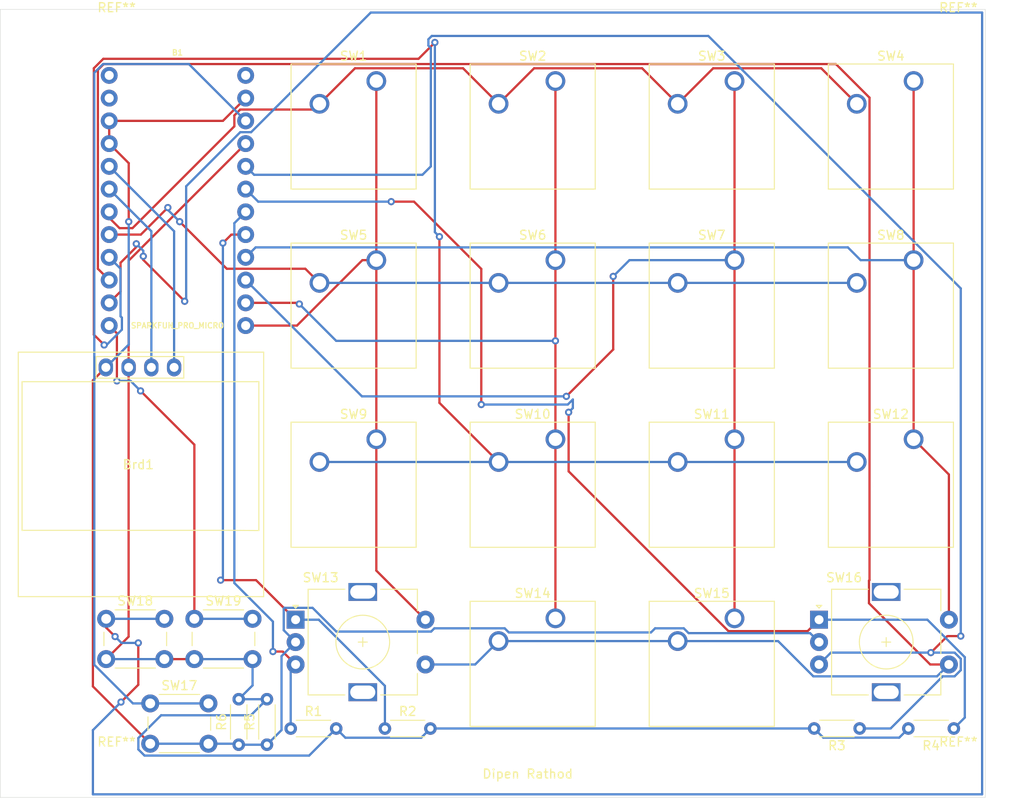
<source format=kicad_pcb>
(kicad_pcb (version 20240108) (generator "pcbnew") (generator_version "8.0")
  (layers (0 "F.Cu" signal) (31 "B.Cu" signal) (34 "B.Paste" user) (35 "F.Paste" user) (36 "B.SilkS" user "B.Silkscreen") (37 "F.SilkS" user "F.Silkscreen") (38 "B.Mask" user) (39 "F.Mask" user) (44 "Edge.Cuts" user))
  (net 0 "")
  (net 1 "Net-(B1-RESET)")
  (net 3 "GND")
  (net 4 "SDA")
  (net 5 "SCL")
  (net 6 "ROW1")
  (net 7 "ROW2")
  (net 8 "ROW3")
  (net 9 "RE1S1")
  (net 10 "UP")
  (net 11 "DOWN")
  (net 12 "COL1")
  (net 13 "COL2")
  (net 14 "COL3")
  (net 15 "COL4")
  (net 16 "RE1A")
  (net 17 "RE1B")
  (net 18 "RE2A")
  (net 19 "RE2B")
  (net 20 "VCC")
  (footprint "Boards:SPARKFUN_PRO_MICRO" (layer "F.Cu") (at 65.79 60.0664)
    (property "Reference" "B1" (at 0 -15.24 0) (layer "F.SilkS") (effects (font (size 0.6096 0.6096) (thickness 0.127))))
    (property "Value" "SPARKFUN_PRO_MICRO" (at 0 15.24 0) (layer "F.SilkS") (effects (font (size 0.6096 0.6096) (thickness 0.127))))
    (pad "1" thru_hole circle (at -7.62 -12.7) (size 1.8796 1.8796) (drill 1.016) (layers "*.Cu" "*.Mask"))
    (pad "2" thru_hole circle (at -7.62 -10.16) (size 1.8796 1.8796) (drill 1.016) (layers "*.Cu" "*.Mask"))
    (pad "3" thru_hole circle (at -7.62 -7.62) (size 1.8796 1.8796) (drill 1.016) (layers "*.Cu" "*.Mask") (net 3 "GND"))
    (pad "4" thru_hole circle (at -7.62 -5.08) (size 1.8796 1.8796) (drill 1.016) (layers "*.Cu" "*.Mask") (net 3 "GND"))
    (pad "5" thru_hole circle (at -7.62 -2.54) (size 1.8796 1.8796) (drill 1.016) (layers "*.Cu" "*.Mask") (net 4 "SDA"))
    (pad "6" thru_hole circle (at -7.62 0) (size 1.8796 1.8796) (drill 1.016) (layers "*.Cu" "*.Mask") (net 5 "SCL"))
    (pad "7" thru_hole circle (at -7.62 2.54) (size 1.8796 1.8796) (drill 1.016) (layers "*.Cu" "*.Mask") (net 6 "ROW1"))
    (pad "8" thru_hole circle (at -7.62 5.08) (size 1.8796 1.8796) (drill 1.016) (layers "*.Cu" "*.Mask") (net 7 "ROW2"))
    (pad "9" thru_hole circle (at -7.62 7.62) (size 1.8796 1.8796) (drill 1.016) (layers "*.Cu" "*.Mask") (net 8 "ROW3"))
    (pad "10" thru_hole circle (at -7.62 10.16) (size 1.8796 1.8796) (drill 1.016) (layers "*.Cu" "*.Mask") (net 9 "RE1S1"))
    (pad "11" thru_hole circle (at -7.62 12.7) (size 1.8796 1.8796) (drill 1.016) (layers "*.Cu" "*.Mask") (net 10 "UP"))
    (pad "12" thru_hole circle (at -7.62 15.24) (size 1.8796 1.8796) (drill 1.016) (layers "*.Cu" "*.Mask") (net 11 "DOWN"))
    (pad "13" thru_hole circle (at 7.62 15.24) (size 1.8796 1.8796) (drill 1.016) (layers "*.Cu" "*.Mask") (net 12 "COL1"))
    (pad "14" thru_hole circle (at 7.62 12.7) (size 1.8796 1.8796) (drill 1.016) (layers "*.Cu" "*.Mask") (net 13 "COL2"))
    (pad "15" thru_hole circle (at 7.62 10.16) (size 1.8796 1.8796) (drill 1.016) (layers "*.Cu" "*.Mask") (net 14 "COL3"))
    (pad "16" thru_hole circle (at 7.62 7.62) (size 1.8796 1.8796) (drill 1.016) (layers "*.Cu" "*.Mask") (net 15 "COL4"))
    (pad "17" thru_hole circle (at 7.62 5.08) (size 1.8796 1.8796) (drill 1.016) (layers "*.Cu" "*.Mask") (net 16 "RE1A"))
    (pad "18" thru_hole circle (at 7.62 2.54) (size 1.8796 1.8796) (drill 1.016) (layers "*.Cu" "*.Mask") (net 17 "RE1B"))
    (pad "19" thru_hole circle (at 7.62 0) (size 1.8796 1.8796) (drill 1.016) (layers "*.Cu" "*.Mask") (net 18 "RE2A"))
    (pad "20" thru_hole circle (at 7.62 -2.54) (size 1.8796 1.8796) (drill 1.016) (layers "*.Cu" "*.Mask") (net 19 "RE2B"))
    (pad "21" thru_hole circle (at 7.62 -5.08) (size 1.8796 1.8796) (drill 1.016) (layers "*.Cu" "*.Mask") (net 20 "VCC"))
    (pad "22" thru_hole circle (at 7.62 -7.62) (size 1.8796 1.8796) (drill 1.016) (layers "*.Cu" "*.Mask") (net 1 "Net-(B1-RESET)"))
    (pad "23" thru_hole circle (at 7.62 -10.16) (size 1.8796 1.8796) (drill 1.016) (layers "*.Cu" "*.Mask") (net 3 "GND"))
    (pad "24" thru_hole circle (at 7.62 -12.7) (size 1.8796 1.8796) (drill 1.016) (layers "*.Cu" "*.Mask"))
  )
  (footprint "SSD1306:128x64OLED" (layer "F.Cu") (at 61.4172 90.5764)
    (property "Reference" "Brd1" (at 0 0.254 0) (layer "F.SilkS"))
    (property "Value" "SSD1306")
    (pad "1" thru_hole oval (at -3.62 -10.6 90) (size 2 1.6) (drill 1) (layers "*.Cu" "*.Mask") (net 3 "GND"))
    (pad "2" thru_hole oval (at -1.08 -10.6 90) (size 2 1.6) (drill 1) (layers "*.Cu" "*.Mask") (net 20 "VCC"))
    (pad "3" thru_hole oval (at 1.46 -10.6 90) (size 2 1.6) (drill 1) (layers "*.Cu" "*.Mask") (net 5 "SCL"))
    (pad "4" thru_hole oval (at 4 -10.6 90) (size 2 1.6) (drill 1) (layers "*.Cu" "*.Mask") (net 4 "SDA"))
  )
  (footprint "Resistor_THT:R_Axial_DIN0204_L3.6mm_D1.6mm_P5.08mm_Horizontal" (layer "F.Cu") (at 88.9596 120.3064)
    (property "Reference" "R2" (at 2.54 -1.92 0) (layer "F.SilkS"))
    (property "Value" "10K")
    (pad "1" thru_hole circle (at 0 0) (size 1.4 1.4) (drill 0.7) (layers "*.Cu" "*.Mask") (net 16 "RE1A"))
    (pad "2" thru_hole oval (at 5.08 0) (size 1.4 1.4) (drill 0.7) (layers "*.Cu" "*.Mask") (net 20 "VCC"))
  )
  (footprint "Resistor_THT:R_Axial_DIN0204_L3.6mm_D1.6mm_P5.08mm_Horizontal" (layer "F.Cu") (at 141.972999 120.298599 180)
    (property "Reference" "R3" (at 2.54 -1.92 0) (layer "F.SilkS"))
    (property "Value" "10K")
    (pad "1" thru_hole circle (at 0 0 180) (size 1.4 1.4) (drill 0.7) (layers "*.Cu" "*.Mask") (net 19 "RE2B"))
    (pad "2" thru_hole oval (at 5.08 0 180) (size 1.4 1.4) (drill 0.7) (layers "*.Cu" "*.Mask") (net 20 "VCC"))
  )
  (footprint "Resistor_THT:R_Axial_DIN0204_L3.6mm_D1.6mm_P5.08mm_Horizontal" (layer "F.Cu") (at 152.4916 120.3012 180)
    (property "Reference" "R4" (at 2.54 -1.92 0) (layer "F.SilkS"))
    (property "Value" "10K")
    (pad "1" thru_hole circle (at 0 0 180) (size 1.4 1.4) (drill 0.7) (layers "*.Cu" "*.Mask") (net 18 "RE2A"))
    (pad "2" thru_hole oval (at 5.08 0 180) (size 1.4 1.4) (drill 0.7) (layers "*.Cu" "*.Mask") (net 20 "VCC"))
  )
  (footprint "Resistor_THT:R_Axial_DIN0204_L3.6mm_D1.6mm_P5.08mm_Horizontal" (layer "F.Cu") (at 75.783801 122.110999 90)
    (property "Reference" "R5" (at 2.54 -1.92 90) (layer "F.SilkS"))
    (property "Value" "1k")
    (pad "1" thru_hole circle (at 0 0 90) (size 1.4 1.4) (drill 0.7) (layers "*.Cu" "*.Mask") (net 3 "GND"))
    (pad "2" thru_hole oval (at 5.08 0 90) (size 1.4 1.4) (drill 0.7) (layers "*.Cu" "*.Mask") (net 20 "VCC"))
  )
  (footprint "Resistor_THT:R_Axial_DIN0204_L3.6mm_D1.6mm_P5.08mm_Horizontal" (layer "F.Cu") (at 72.633801 122.110999 90)
    (property "Reference" "R6" (at 2.54 -1.92 90) (layer "F.SilkS"))
    (property "Value" "1k")
    (pad "1" thru_hole circle (at 0 0 90) (size 1.4 1.4) (drill 0.7) (layers "*.Cu" "*.Mask") (net 3 "GND"))
    (pad "2" thru_hole oval (at 5.08 0 90) (size 1.4 1.4) (drill 0.7) (layers "*.Cu" "*.Mask") (net 20 "VCC"))
  )
  (footprint "Button_Switch_Keyboard:SW_Cherry_MX_1.00u_Plate" (layer "F.Cu") (at 88 48)
    (property "Reference" "SW1" (at -2.54 -2.794 0) (layer "F.SilkS"))
    (property "Value" "SW")
    (pad "" np_thru_hole circle (at -2.54 5.08) (size 4 4) (drill 4) (layers "*.Cu" "*.Mask"))
    (pad "1" thru_hole circle (at 0 0) (size 2.2 2.2) (drill 1.5) (layers "*.Cu" "*.Mask") (net 12 "COL1"))
    (pad "2" thru_hole circle (at -6.35 2.54) (size 2.2 2.2) (drill 1.5) (layers "*.Cu" "*.Mask") (net 6 "ROW1"))
  )
  (footprint "Button_Switch_Keyboard:SW_Cherry_MX_1.00u_Plate" (layer "F.Cu") (at 108 48)
    (property "Reference" "SW2" (at -2.54 -2.794 0) (layer "F.SilkS"))
    (property "Value" "SW_Push")
    (pad "" np_thru_hole circle (at -2.54 5.08) (size 4 4) (drill 4) (layers "*.Cu" "*.Mask"))
    (pad "1" thru_hole circle (at 0 0) (size 2.2 2.2) (drill 1.5) (layers "*.Cu" "*.Mask") (net 13 "COL2"))
    (pad "2" thru_hole circle (at -6.35 2.54) (size 2.2 2.2) (drill 1.5) (layers "*.Cu" "*.Mask") (net 6 "ROW1"))
  )
  (footprint "Button_Switch_Keyboard:SW_Cherry_MX_1.00u_Plate" (layer "F.Cu") (at 128 48)
    (property "Reference" "SW3" (at -2.54 -2.794 0) (layer "F.SilkS"))
    (property "Value" "SW_Push")
    (pad "" np_thru_hole circle (at -2.54 5.08) (size 4 4) (drill 4) (layers "*.Cu" "*.Mask"))
    (pad "1" thru_hole circle (at 0 0) (size 2.2 2.2) (drill 1.5) (layers "*.Cu" "*.Mask") (net 14 "COL3"))
    (pad "2" thru_hole circle (at -6.35 2.54) (size 2.2 2.2) (drill 1.5) (layers "*.Cu" "*.Mask") (net 6 "ROW1"))
  )
  (footprint "Button_Switch_Keyboard:SW_Cherry_MX_1.00u_Plate" (layer "F.Cu") (at 148 48)
    (property "Reference" "SW4" (at -2.54 -2.794 0) (layer "F.SilkS"))
    (property "Value" "SW_Push")
    (pad "" np_thru_hole circle (at -2.54 5.08) (size 4 4) (drill 4) (layers "*.Cu" "*.Mask"))
    (pad "1" thru_hole circle (at 0 0) (size 2.2 2.2) (drill 1.5) (layers "*.Cu" "*.Mask") (net 15 "COL4"))
    (pad "2" thru_hole circle (at -6.35 2.54) (size 2.2 2.2) (drill 1.5) (layers "*.Cu" "*.Mask") (net 6 "ROW1"))
  )
  (footprint "Button_Switch_Keyboard:SW_Cherry_MX_1.00u_Plate" (layer "F.Cu") (at 88 68)
    (property "Reference" "SW5" (at -2.54 -2.794 0) (layer "F.SilkS"))
    (property "Value" "SW_Push")
    (pad "" np_thru_hole circle (at -2.54 5.08) (size 4 4) (drill 4) (layers "*.Cu" "*.Mask"))
    (pad "1" thru_hole circle (at 0 0) (size 2.2 2.2) (drill 1.5) (layers "*.Cu" "*.Mask") (net 12 "COL1"))
    (pad "2" thru_hole circle (at -6.35 2.54) (size 2.2 2.2) (drill 1.5) (layers "*.Cu" "*.Mask") (net 7 "ROW2"))
  )
  (footprint "Button_Switch_Keyboard:SW_Cherry_MX_1.00u_Plate" (layer "F.Cu") (at 108 68)
    (property "Reference" "SW6" (at -2.54 -2.794 0) (layer "F.SilkS"))
    (property "Value" "SW_Push")
    (pad "" np_thru_hole circle (at -2.54 5.08) (size 4 4) (drill 4) (layers "*.Cu" "*.Mask"))
    (pad "1" thru_hole circle (at 0 0) (size 2.2 2.2) (drill 1.5) (layers "*.Cu" "*.Mask") (net 13 "COL2"))
    (pad "2" thru_hole circle (at -6.35 2.54) (size 2.2 2.2) (drill 1.5) (layers "*.Cu" "*.Mask") (net 7 "ROW2"))
  )
  (footprint "Button_Switch_Keyboard:SW_Cherry_MX_1.00u_Plate" (layer "F.Cu") (at 128 68)
    (property "Reference" "SW7" (at -2.54 -2.794 0) (layer "F.SilkS"))
    (property "Value" "SW_Push")
    (pad "" np_thru_hole circle (at -2.54 5.08) (size 4 4) (drill 4) (layers "*.Cu" "*.Mask"))
    (pad "1" thru_hole circle (at 0 0) (size 2.2 2.2) (drill 1.5) (layers "*.Cu" "*.Mask") (net 14 "COL3"))
    (pad "2" thru_hole circle (at -6.35 2.54) (size 2.2 2.2) (drill 1.5) (layers "*.Cu" "*.Mask") (net 7 "ROW2"))
  )
  (footprint "Button_Switch_Keyboard:SW_Cherry_MX_1.00u_Plate" (layer "F.Cu") (at 148 68)
    (property "Reference" "SW8" (at -2.54 -2.794 0) (layer "F.SilkS"))
    (property "Value" "SW_Push")
    (pad "" np_thru_hole circle (at -2.54 5.08) (size 4 4) (drill 4) (layers "*.Cu" "*.Mask"))
    (pad "1" thru_hole circle (at 0 0) (size 2.2 2.2) (drill 1.5) (layers "*.Cu" "*.Mask") (net 15 "COL4"))
    (pad "2" thru_hole circle (at -6.35 2.54) (size 2.2 2.2) (drill 1.5) (layers "*.Cu" "*.Mask") (net 7 "ROW2"))
  )
  (footprint "Button_Switch_Keyboard:SW_Cherry_MX_1.00u_Plate" (layer "F.Cu") (at 88 88)
    (property "Reference" "SW9" (at -2.54 -2.794 0) (layer "F.SilkS"))
    (property "Value" "SW_Push")
    (pad "" np_thru_hole circle (at -2.54 5.08) (size 4 4) (drill 4) (layers "*.Cu" "*.Mask"))
    (pad "1" thru_hole circle (at 0 0) (size 2.2 2.2) (drill 1.5) (layers "*.Cu" "*.Mask") (net 12 "COL1"))
    (pad "2" thru_hole circle (at -6.35 2.54) (size 2.2 2.2) (drill 1.5) (layers "*.Cu" "*.Mask") (net 8 "ROW3"))
  )
  (footprint "Button_Switch_Keyboard:SW_Cherry_MX_1.00u_Plate" (layer "F.Cu") (at 108 88)
    (property "Reference" "SW10" (at -2.54 -2.794 0) (layer "F.SilkS"))
    (property "Value" "SW_Push")
    (pad "" np_thru_hole circle (at -2.54 5.08) (size 4 4) (drill 4) (layers "*.Cu" "*.Mask"))
    (pad "1" thru_hole circle (at 0 0) (size 2.2 2.2) (drill 1.5) (layers "*.Cu" "*.Mask") (net 13 "COL2"))
    (pad "2" thru_hole circle (at -6.35 2.54) (size 2.2 2.2) (drill 1.5) (layers "*.Cu" "*.Mask") (net 8 "ROW3"))
  )
  (footprint "Button_Switch_Keyboard:SW_Cherry_MX_1.00u_Plate" (layer "F.Cu") (at 128 88)
    (property "Reference" "SW11" (at -2.54 -2.794 0) (layer "F.SilkS"))
    (property "Value" "SW_Push")
    (pad "" np_thru_hole circle (at -2.54 5.08) (size 4 4) (drill 4) (layers "*.Cu" "*.Mask"))
    (pad "1" thru_hole circle (at 0 0) (size 2.2 2.2) (drill 1.5) (layers "*.Cu" "*.Mask") (net 14 "COL3"))
    (pad "2" thru_hole circle (at -6.35 2.54) (size 2.2 2.2) (drill 1.5) (layers "*.Cu" "*.Mask") (net 8 "ROW3"))
  )
  (footprint "Button_Switch_Keyboard:SW_Cherry_MX_1.00u_Plate" (layer "F.Cu") (at 148 88)
    (property "Reference" "SW12" (at -2.54 -2.794 0) (layer "F.SilkS"))
    (property "Value" "SW_Push")
    (pad "" np_thru_hole circle (at -2.54 5.08) (size 4 4) (drill 4) (layers "*.Cu" "*.Mask"))
    (pad "1" thru_hole circle (at 0 0) (size 2.2 2.2) (drill 1.5) (layers "*.Cu" "*.Mask") (net 15 "COL4"))
    (pad "2" thru_hole circle (at -6.35 2.54) (size 2.2 2.2) (drill 1.5) (layers "*.Cu" "*.Mask") (net 8 "ROW3"))
  )
  (footprint "Rotary_Encoder:RotaryEncoder_Alps_EC11E-Switch_Vertical_H20mm" (layer "F.Cu") (at 78.9848 108.1516)
    (property "Reference" "SW13" (at 2.8 -4.7 0) (layer "F.SilkS"))
    (property "Value" "RE1")
    (pad "A" thru_hole rect (at 0 0) (size 2 2) (drill 1) (layers "*.Cu" "*.Mask") (net 16 "RE1A"))
    (pad "B" thru_hole circle (at 0 5) (size 2 2) (drill 1) (layers "*.Cu" "*.Mask") (net 17 "RE1B"))
    (pad "C" thru_hole circle (at 0 2.5) (size 2 2) (drill 1) (layers "*.Cu" "*.Mask") (net 3 "GND"))
    (pad "MP" thru_hole rect (at 7.5 -3.1) (size 3.2 2) (drill oval 2.8 1.5) (layers "*.Cu" "*.Mask"))
    (pad "MP" thru_hole rect (at 7.5 8.1) (size 3.2 2) (drill oval 2.8 1.5) (layers "*.Cu" "*.Mask"))
    (pad "S1" thru_hole circle (at 14.5 5) (size 2 2) (drill 1) (layers "*.Cu" "*.Mask") (net 9 "RE1S1"))
    (pad "S2" thru_hole circle (at 14.5 0) (size 2 2) (drill 1) (layers "*.Cu" "*.Mask") (net 12 "COL1"))
  )
  (footprint "Button_Switch_Keyboard:SW_Cherry_MX_1.00u_Plate" (layer "F.Cu") (at 108 108)
    (property "Reference" "SW14" (at -2.54 -2.794 0) (layer "F.SilkS"))
    (property "Value" "SW_Push")
    (pad "" np_thru_hole circle (at -2.54 5.08) (size 4 4) (drill 4) (layers "*.Cu" "*.Mask"))
    (pad "1" thru_hole circle (at 0 0) (size 2.2 2.2) (drill 1.5) (layers "*.Cu" "*.Mask") (net 13 "COL2"))
    (pad "2" thru_hole circle (at -6.35 2.54) (size 2.2 2.2) (drill 1.5) (layers "*.Cu" "*.Mask") (net 9 "RE1S1"))
  )
  (footprint "Button_Switch_Keyboard:SW_Cherry_MX_1.00u_Plate" (layer "F.Cu") (at 128 108)
    (property "Reference" "SW15" (at -2.54 -2.794 0) (layer "F.SilkS"))
    (property "Value" "SW_Push")
    (pad "" np_thru_hole circle (at -2.54 5.08) (size 4 4) (drill 4) (layers "*.Cu" "*.Mask"))
    (pad "1" thru_hole circle (at 0 0) (size 2.2 2.2) (drill 1.5) (layers "*.Cu" "*.Mask") (net 14 "COL3"))
    (pad "2" thru_hole circle (at -6.35 2.54) (size 2.2 2.2) (drill 1.5) (layers "*.Cu" "*.Mask") (net 9 "RE1S1"))
  )
  (footprint "Rotary_Encoder:RotaryEncoder_Alps_EC11E-Switch_Vertical_H20mm" (layer "F.Cu") (at 137.4388 108.1516)
    (property "Reference" "SW16" (at 2.8 -4.7 0) (layer "F.SilkS"))
    (property "Value" "RE2")
    (pad "A" thru_hole rect (at 0 0) (size 2 2) (drill 1) (layers "*.Cu" "*.Mask") (net 18 "RE2A"))
    (pad "B" thru_hole circle (at 0 5) (size 2 2) (drill 1) (layers "*.Cu" "*.Mask") (net 19 "RE2B"))
    (pad "C" thru_hole circle (at 0 2.5) (size 2 2) (drill 1) (layers "*.Cu" "*.Mask") (net 3 "GND"))
    (pad "MP" thru_hole rect (at 7.5 -3.1) (size 3.2 2) (drill oval 2.8 1.5) (layers "*.Cu" "*.Mask"))
    (pad "MP" thru_hole rect (at 7.5 8.1) (size 3.2 2) (drill oval 2.8 1.5) (layers "*.Cu" "*.Mask"))
    (pad "S1" thru_hole circle (at 14.5 5) (size 2 2) (drill 1) (layers "*.Cu" "*.Mask") (net 9 "RE1S1"))
    (pad "S2" thru_hole circle (at 14.5 0) (size 2 2) (drill 1) (layers "*.Cu" "*.Mask") (net 15 "COL4"))
  )
  (footprint "Button_Switch_THT:SW_PUSH_6mm_H4.3mm" (layer "F.Cu") (at 62.7506 117.5004)
    (property "Reference" "SW17" (at 3.25 -2 0) (layer "F.SilkS"))
    (property "Value" "RESET")
    (pad "1" thru_hole circle (at 0 0 90) (size 2 2) (drill 1.1) (layers "*.Cu" "*.Mask") (net 1 "Net-(B1-RESET)"))
    (pad "1" thru_hole circle (at 6.5 0 90) (size 2 2) (drill 1.1) (layers "*.Cu" "*.Mask") (net 1 "Net-(B1-RESET)"))
    (pad "2" thru_hole circle (at 0 4.5 90) (size 2 2) (drill 1.1) (layers "*.Cu" "*.Mask") (net 3 "GND"))
    (pad "2" thru_hole circle (at 6.5 4.5 90) (size 2 2) (drill 1.1) (layers "*.Cu" "*.Mask") (net 3 "GND"))
  )
  (footprint "Button_Switch_THT:SW_PUSH_6mm_H4.3mm" (layer "F.Cu") (at 57.8304 108.0516)
    (property "Reference" "SW18" (at 3.25 -2 0) (layer "F.SilkS"))
    (property "Value" "SW_Push")
    (pad "1" thru_hole circle (at 0 0 90) (size 2 2) (drill 1.1) (layers "*.Cu" "*.Mask") (net 10 "UP"))
    (pad "1" thru_hole circle (at 6.5 0 90) (size 2 2) (drill 1.1) (layers "*.Cu" "*.Mask") (net 10 "UP"))
    (pad "2" thru_hole circle (at 0 4.5 90) (size 2 2) (drill 1.1) (layers "*.Cu" "*.Mask") (net 20 "VCC"))
    (pad "2" thru_hole circle (at 6.5 4.5 90) (size 2 2) (drill 1.1) (layers "*.Cu" "*.Mask") (net 20 "VCC"))
  )
  (footprint "Button_Switch_THT:SW_PUSH_6mm_H4.3mm" (layer "F.Cu") (at 67.68 108.0524)
    (property "Reference" "SW19" (at 3.25 -2 0) (layer "F.SilkS"))
    (property "Value" "SW_Push")
    (pad "1" thru_hole circle (at 0 0 90) (size 2 2) (drill 1.1) (layers "*.Cu" "*.Mask") (net 11 "DOWN"))
    (pad "1" thru_hole circle (at 6.5 0 90) (size 2 2) (drill 1.1) (layers "*.Cu" "*.Mask") (net 11 "DOWN"))
    (pad "2" thru_hole circle (at 0 4.5 90) (size 2 2) (drill 1.1) (layers "*.Cu" "*.Mask") (net 20 "VCC"))
    (pad "2" thru_hole circle (at 6.5 4.5 90) (size 2 2) (drill 1.1) (layers "*.Cu" "*.Mask") (net 20 "VCC"))
  )
  (footprint "Resistor_THT:R_Axial_DIN0204_L3.6mm_D1.6mm_P5.08mm_Horizontal" (layer "F.Cu") (at 78.4384 120.3048)
    (property "Reference" "R1" (at 2.54 -1.92 0) (layer "F.SilkS"))
    (property "Value" "10K")
    (pad "1" thru_hole circle (at 0 0) (size 1.4 1.4) (drill 0.7) (layers "*.Cu" "*.Mask") (net 17 "RE1B"))
    (pad "2" thru_hole oval (at 5.08 0) (size 1.4 1.4) (drill 0.7) (layers "*.Cu" "*.Mask") (net 20 "VCC"))
  )
  (footprint "MountingHole:MountingHole_2mm" (layer "F.Cu") (at 153.0024 124.9964)
    (property "Reference" "REF**" (at 0 -3.2 0) (layer "F.SilkS"))
    (property "Value" "MountingHole_2mm")
    (pad "" np_thru_hole circle (at 0 0) (size 2 2) (drill 2) (layers "*.Cu" "*.Mask"))
  )
  (footprint "MountingHole:MountingHole_2mm" (layer "F.Cu") (at 58.9988 124.9988)
    (property "Reference" "REF**" (at 0 -3.2 0) (layer "F.SilkS"))
    (property "Value" "MountingHole_2mm")
    (pad "" np_thru_hole circle (at 0 0) (size 2 2) (drill 2) (layers "*.Cu" "*.Mask"))
  )
  (footprint "MountingHole:MountingHole_2mm" (layer "F.Cu") (at 59.0016 42.9972)
    (property "Reference" "REF**" (at 0 -3.2 0) (layer "F.SilkS"))
    (property "Value" "MountingHole_2mm")
    (pad "" np_thru_hole circle (at 0 0) (size 2 2) (drill 2) (layers "*.Cu" "*.Mask"))
  )
  (footprint "MountingHole:MountingHole_2mm" (layer "F.Cu") (at 153.0032 43.0016)
    (property "Reference" "REF**" (at 0 -3.2 0) (layer "F.SilkS"))
    (property "Value" "MountingHole_2mm")
    (pad "" np_thru_hole circle (at 0 0) (size 2 2) (drill 2) (layers "*.Cu" "*.Mask"))
  )
  (gr_line (start 46 40) (end 46 128) (stroke (width 0.05)) (layer "Edge.Cuts"))
  (gr_line (start 46 128) (end 156 128) (stroke (width 0.05)) (layer "Edge.Cuts"))
  (gr_line (start 156 40) (end 156 128) (stroke (width 0.05)) (layer "Edge.Cuts"))
  (gr_line (start 46 40) (end 156 40) (stroke (width 0.05)) (layer "Edge.Cuts"))
  (gr_text "Dipen Rathod" (at 104.902 125.3744 0) (layer "F.SilkS") (effects (font (size 1 1))))
  (segment (start 73.41 52.4464) (end 67.065199 46.101599) (width 0.25) (layer "B.Cu") (net 1))
  (segment (start 62.7506 117.5004) (end 69.2506 117.5004) (width 0.25) (layer "B.Cu") (net 1))
  (segment (start 67.065199 46.101599) (end 57.479601 46.101599) (width 0.25) (layer "B.Cu") (net 1))
  (segment (start 56.505399 47.075801) (end 56.505399 113.187601) (width 0.25) (layer "B.Cu") (net 1))
  (segment (start 60.818198 117.5004) (end 62.7506 117.5004) (width 0.25) (layer "B.Cu") (net 1))
  (segment (start 57.479601 46.101599) (end 56.505399 47.075801) (width 0.25) (layer "B.Cu") (net 1))
  (segment (start 56.505399 113.187601) (end 60.818198 117.5004) (width 0.25) (layer "B.Cu") (net 1))
  (segment (start 60.3504 63.7032) (end 60.3504 57.1668) (width 0.25) (layer "F.Cu") (net 3))
  (segment (start 58.17 52.4464) (end 70.87 52.4464) (width 0.25) (layer "F.Cu") (net 3))
  (segment (start 57.7972 79.9764) (end 56.35001 81.42359) (width 0.25) (layer "F.Cu") (net 3))
  (segment (start 70.87 52.4464) (end 73.41 49.9064) (width 0.25) (layer "F.Cu") (net 3))
  (segment (start 56.35001 81.42359) (end 56.35001 115.59981) (width 0.25) (layer "F.Cu") (net 3))
  (segment (start 56.35001 115.59981) (end 62.7506 122.0004) (width 0.25) (layer "F.Cu") (net 3))
  (segment (start 60.3504 57.1668) (end 58.17 54.9864) (width 0.25) (layer "F.Cu") (net 3))
  (segment (start 58.17 52.4464) (end 58.17 54.9864) (width 0.25) (layer "F.Cu") (net 3))
  (via (at 60.3504 63.7032) (size 0.8) (drill 0.4) (layers "F.Cu" "B.Cu") (net 3))
  (segment (start 57.7972 79.9764) (end 60.3504 77.4232) (width 0.25) (layer "B.Cu") (net 3))
  (segment (start 136.438801 109.651601) (end 122.870603 109.651601) (width 0.25) (layer "B.Cu") (net 3))
  (segment (start 77.413399 112.223001) (end 77.413399 120.481401) (width 0.25) (layer "B.Cu") (net 3))
  (segment (start 78.9848 110.6516) (end 77.413399 112.223001) (width 0.25) (layer "B.Cu") (net 3))
  (segment (start 80.881211 106.826599) (end 77.724799 106.826599) (width 0.25) (layer "B.Cu") (net 3))
  (segment (start 77.724799 106.826599) (end 77.659799 106.891599) (width 0.25) (layer "B.Cu") (net 3))
  (segment (start 83.531213 109.476601) (end 80.881211 106.826599) (width 0.25) (layer "B.Cu") (net 3))
  (segment (start 94.482403 109.114999) (end 94.120801 109.476601) (width 0.25) (layer "B.Cu") (net 3))
  (segment (start 94.120801 109.476601) (end 83.531213 109.476601) (width 0.25) (layer "B.Cu") (net 3))
  (segment (start 122.870603 109.651601) (end 122.334001 109.114999) (width 0.25) (layer "B.Cu") (net 3))
  (segment (start 118.6688 109.5756) (end 102.794602 109.5756) (width 0.25) (layer "B.Cu") (net 3))
  (segment (start 77.413399 120.481401) (end 75.783801 122.110999) (width 0.25) (layer "B.Cu") (net 3))
  (segment (start 119.129401 109.114999) (end 118.6688 109.5756) (width 0.25) (layer "B.Cu") (net 3))
  (segment (start 77.659799 106.891599) (end 77.659799 109.326599) (width 0.25) (layer "B.Cu") (net 3))
  (segment (start 77.659799 109.326599) (end 78.9848 110.6516) (width 0.25) (layer "B.Cu") (net 3))
  (segment (start 72.523202 122.0004) (end 72.633801 122.110999) (width 0.25) (layer "B.Cu") (net 3))
  (segment (start 69.2506 122.0004) (end 62.7506 122.0004) (width 0.25) (layer "B.Cu") (net 3))
  (segment (start 72.633801 122.110999) (end 75.783801 122.110999) (width 0.25) (layer "B.Cu") (net 3))
  (segment (start 137.4388 110.6516) (end 136.438801 109.651601) (width 0.25) (layer "B.Cu") (net 3))
  (segment (start 60.3504 77.4232) (end 60.3504 63.7032) (width 0.25) (layer "B.Cu") (net 3))
  (segment (start 122.334001 109.114999) (end 119.129401 109.114999) (width 0.25) (layer "B.Cu") (net 3))
  (segment (start 69.2506 122.0004) (end 72.523202 122.0004) (width 0.25) (layer "B.Cu") (net 3))
  (segment (start 102.334001 109.114999) (end 94.482403 109.114999) (width 0.25) (layer "B.Cu") (net 3))
  (segment (start 102.794602 109.5756) (end 102.334001 109.114999) (width 0.25) (layer "B.Cu") (net 3))
  (segment (start 58.17 57.5264) (end 65.4172 64.7736) (width 0.25) (layer "B.Cu") (net 4))
  (segment (start 65.4172 64.7736) (end 65.4172 79.9764) (width 0.25) (layer "B.Cu") (net 4))
  (segment (start 58.17 60.0664) (end 62.8772 64.7736) (width 0.25) (layer "B.Cu") (net 5))
  (segment (start 62.8772 64.7736) (end 62.8772 79.9764) (width 0.25) (layer "B.Cu") (net 5))
  (segment (start 101.65 50.54) (end 105.615001 46.574999) (width 0.25) (layer "F.Cu") (net 6))
  (segment (start 117.684999 46.574999) (end 121.65 50.54) (width 0.25) (layer "F.Cu") (net 6))
  (segment (start 72.802895 51.181599) (end 81.008401 51.181599) (width 0.25) (layer "F.Cu") (net 6))
  (segment (start 81.008401 51.181599) (end 81.65 50.54) (width 0.25) (layer "F.Cu") (net 6))
  (segment (start 85.615001 46.574999) (end 97.684999 46.574999) (width 0.25) (layer "F.Cu") (net 6))
  (segment (start 81.65 50.54) (end 85.615001 46.574999) (width 0.25) (layer "F.Cu") (net 6))
  (segment (start 97.684999 46.574999) (end 101.65 50.54) (width 0.25) (layer "F.Cu") (net 6))
  (segment (start 121.65 50.54) (end 125.615001 46.574999) (width 0.25) (layer "F.Cu") (net 6))
  (segment (start 59.323707 64.428201) (end 60.770503 64.428201) (width 0.25) (layer "F.Cu") (net 6))
  (segment (start 58.17 63.274494) (end 59.323707 64.428201) (width 0.25) (layer "F.Cu") (net 6))
  (segment (start 137.684999 46.574999) (end 141.65 50.54) (width 0.25) (layer "F.Cu") (net 6))
  (segment (start 105.615001 46.574999) (end 117.684999 46.574999) (width 0.25) (layer "F.Cu") (net 6))
  (segment (start 125.615001 46.574999) (end 137.684999 46.574999) (width 0.25) (layer "F.Cu") (net 6))
  (segment (start 72.145199 51.839295) (end 72.802895 51.181599) (width 0.25) (layer "F.Cu") (net 6))
  (segment (start 72.145199 53.053505) (end 72.145199 51.839295) (width 0.25) (layer "F.Cu") (net 6))
  (segment (start 58.17 62.6064) (end 58.17 63.274494) (width 0.25) (layer "F.Cu") (net 6))
  (segment (start 60.770503 64.428201) (end 72.145199 53.053505) (width 0.25) (layer "F.Cu") (net 6))
  (segment (start 80.071599 68.961599) (end 81.65 70.54) (width 0.25) (layer "F.Cu") (net 7))
  (segment (start 61.7012 65.1464) (end 64.7192 62.1284) (width 0.25) (layer "F.Cu") (net 7))
  (segment (start 58.17 65.1464) (end 61.7012 65.1464) (width 0.25) (layer "F.Cu") (net 7))
  (segment (start 71.298399 68.961599) (end 80.071599 68.961599) (width 0.25) (layer "F.Cu") (net 7))
  (segment (start 66.04 63.7032) (end 71.298399 68.961599) (width 0.25) (layer "F.Cu") (net 7))
  (via (at 66.04 63.7032) (size 0.8) (drill 0.4) (layers "F.Cu" "B.Cu") (net 7))
  (via (at 64.7192 62.1284) (size 0.8) (drill 0.4) (layers "F.Cu" "B.Cu") (net 7))
  (segment (start 64.7192 62.1284) (end 64.7192 62.3824) (width 0.25) (layer "B.Cu") (net 7))
  (segment (start 64.7192 62.3824) (end 66.04 63.7032) (width 0.25) (layer "B.Cu") (net 7))
  (segment (start 101.65 70.54) (end 121.65 70.54) (width 0.25) (layer "B.Cu") (net 7))
  (segment (start 121.65 70.54) (end 141.65 70.54) (width 0.25) (layer "B.Cu") (net 7))
  (segment (start 81.65 70.54) (end 101.65 70.54) (width 0.25) (layer "B.Cu") (net 7))
  (segment (start 57.6072 77.47) (end 56.45519 76.31799) (width 0.25) (layer "F.Cu") (net 8))
  (segment (start 56.45519 76.31799) (end 56.45519 46.572894) (width 0.25) (layer "F.Cu") (net 8))
  (segment (start 57.511284 45.5168) (end 92.71 45.5168) (width 0.25) (layer "F.Cu") (net 8))
  (segment (start 56.45519 46.572894) (end 57.511284 45.5168) (width 0.25) (layer "F.Cu") (net 8))
  (segment (start 95.0468 65.3796) (end 95.0468 83.9368) (width 0.25) (layer "F.Cu") (net 8))
  (segment (start 95.0468 83.9368) (end 101.65 90.54) (width 0.25) (layer "F.Cu") (net 8))
  (segment (start 92.71 45.5168) (end 94.5388 43.688) (width 0.25) (layer "F.Cu") (net 8))
  (via (at 95.0468 65.3796) (size 0.8) (drill 0.4) (layers "F.Cu" "B.Cu") (net 8))
  (via (at 94.5388 43.688) (size 0.8) (drill 0.4) (layers "F.Cu" "B.Cu") (net 8))
  (via (at 57.6072 77.47) (size 0.8) (drill 0.4) (layers "F.Cu" "B.Cu") (net 8))
  (segment (start 59.434801 74.268401) (end 59.5884 74.422) (width 0.25) (layer "B.Cu") (net 8))
  (segment (start 57.878306 77.47) (end 57.6072 77.47) (width 0.25) (layer "B.Cu") (net 8))
  (segment (start 94.5388 43.688) (end 94.5388 64.8716) (width 0.25) (layer "B.Cu") (net 8))
  (segment (start 59.5884 74.422) (end 59.5884 75.759906) (width 0.25) (layer "B.Cu") (net 8))
  (segment (start 121.65 90.54) (end 101.65 90.54) (width 0.25) (layer "B.Cu") (net 8))
  (segment (start 58.17 67.6864) (end 59.434801 68.951201) (width 0.25) (layer "B.Cu") (net 8))
  (segment (start 121.65 90.54) (end 141.65 90.54) (width 0.25) (layer "B.Cu") (net 8))
  (segment (start 94.5388 64.8716) (end 95.0468 65.3796) (width 0.25) (layer "B.Cu") (net 8))
  (segment (start 81.65 90.54) (end 101.65 90.54) (width 0.25) (layer "B.Cu") (net 8))
  (segment (start 59.5884 75.759906) (end 57.878306 77.47) (width 0.25) (layer "B.Cu") (net 8))
  (segment (start 59.434801 68.951201) (end 59.434801 74.268401) (width 0.25) (layer "B.Cu") (net 8))
  (segment (start 143.075001 103.730397) (end 143.013799 103.791599) (width 0.25) (layer "F.Cu") (net 9))
  (segment (start 143.075001 49.855999) (end 143.075001 103.730397) (width 0.25) (layer "F.Cu") (net 9))
  (segment (start 143.013799 106.311601) (end 149.853798 113.1516) (width 0.25) (layer "F.Cu") (net 9))
  (segment (start 143.013799 103.791599) (end 143.013799 106.311601) (width 0.25) (layer "F.Cu") (net 9))
  (segment (start 56.905199 46.759295) (end 57.562895 46.101599) (width 0.25) (layer "F.Cu") (net 9))
  (segment (start 58.17 70.2264) (end 56.905199 68.961599) (width 0.25) (layer "F.Cu") (net 9))
  (segment (start 56.905199 68.961599) (end 56.905199 46.759295) (width 0.25) (layer "F.Cu") (net 9))
  (segment (start 57.562895 46.101599) (end 139.320601 46.101599) (width 0.25) (layer "F.Cu") (net 9))
  (segment (start 139.320601 46.101599) (end 143.075001 49.855999) (width 0.25) (layer "F.Cu") (net 9))
  (segment (start 149.853798 113.1516) (end 151.9388 113.1516) (width 0.25) (layer "F.Cu") (net 9))
  (segment (start 121.65 110.54) (end 132.866198 110.54) (width 0.25) (layer "B.Cu") (net 9))
  (segment (start 101.65 110.54) (end 121.65 110.54) (width 0.25) (layer "B.Cu") (net 9))
  (segment (start 132.866198 110.54) (end 136.802799 114.476601) (width 0.25) (layer "B.Cu") (net 9))
  (segment (start 99.0384 113.1516) (end 101.65 110.54) (width 0.25) (layer "B.Cu") (net 9))
  (segment (start 150.613799 114.476601) (end 151.9388 113.1516) (width 0.25) (layer "B.Cu") (net 9))
  (segment (start 93.4848 113.1516) (end 99.0384 113.1516) (width 0.25) (layer "B.Cu") (net 9))
  (segment (start 136.802799 114.476601) (end 150.613799 114.476601) (width 0.25) (layer "B.Cu") (net 9))
  (segment (start 57.8304 109.0368) (end 58.8264 110.0328) (width 0.25) (layer "F.Cu") (net 10))
  (segment (start 66.5988 72.5932) (end 61.976 67.9704) (width 0.25) (layer "F.Cu") (net 10))
  (segment (start 59.434801 71.501599) (end 58.17 72.7664) (width 0.25) (layer "F.Cu") (net 10))
  (segment (start 61.196347 66.174747) (end 61.196347 66.531959) (width 0.25) (layer "F.Cu") (net 10))
  (segment (start 61.976 67.9704) (end 61.976 67.564) (width 0.25) (layer "F.Cu") (net 10))
  (segment (start 59.434801 68.293505) (end 59.434801 71.501599) (width 0.25) (layer "F.Cu") (net 10))
  (segment (start 61.196347 66.531959) (end 59.434801 68.293505) (width 0.25) (layer "F.Cu") (net 10))
  (segment (start 61.4172 110.744) (end 61.4172 115.4176) (width 0.25) (layer "F.Cu") (net 10))
  (segment (start 61.4172 115.4176) (end 59.4868 117.348) (width 0.25) (layer "F.Cu") (net 10))
  (segment (start 57.8304 108.0516) (end 57.8304 109.0368) (width 0.25) (layer "F.Cu") (net 10))
  (via (at 66.5988 72.5932) (size 0.8) (drill 0.4) (layers "F.Cu" "B.Cu") (net 10))
  (via (at 61.4172 110.744) (size 0.8) (drill 0.4) (layers "F.Cu" "B.Cu") (net 10))
  (via (at 61.976 67.564) (size 0.8) (drill 0.4) (layers "F.Cu" "B.Cu") (net 10))
  (via (at 59.4868 117.348) (size 0.8) (drill 0.4) (layers "F.Cu" "B.Cu") (net 10))
  (via (at 58.8264 110.0328) (size 0.8) (drill 0.4) (layers "F.Cu" "B.Cu") (net 10))
  (via (at 61.196347 66.174747) (size 0.8) (drill 0.4) (layers "F.Cu" "B.Cu") (net 10))
  (segment (start 155.64999 127.64999) (end 155.64999 40.35001) (width 0.25) (layer "B.Cu") (net 10))
  (segment (start 87.378296 40.35001) (end 74.017105 53.711201) (width 0.25) (layer "B.Cu") (net 10))
  (segment (start 56.35001 127.64999) (end 155.64999 127.64999) (width 0.25) (layer "B.Cu") (net 10))
  (segment (start 72.802895 53.711201) (end 66.765001 59.749095) (width 0.25) (layer "B.Cu") (net 10))
  (segment (start 59.5376 110.744) (end 61.4172 110.744) (width 0.25) (layer "B.Cu") (net 10))
  (segment (start 66.765001 59.749095) (end 66.765001 72.426999) (width 0.25) (layer "B.Cu") (net 10))
  (segment (start 61.976 67.564) (end 61.976 66.9544) (width 0.25) (layer "B.Cu") (net 10))
  (segment (start 155.64999 40.35001) (end 87.378296 40.35001) (width 0.25) (layer "B.Cu") (net 10))
  (segment (start 58.8264 110.0328) (end 59.5376 110.744) (width 0.25) (layer "B.Cu") (net 10))
  (segment (start 61.976 66.9544) (end 61.196347 66.174747) (width 0.25) (layer "B.Cu") (net 10))
  (segment (start 74.017105 53.711201) (end 72.802895 53.711201) (width 0.25) (layer "B.Cu") (net 10))
  (segment (start 59.4868 117.348) (end 56.35001 120.48479) (width 0.25) (layer "B.Cu") (net 10))
  (segment (start 66.765001 72.426999) (end 66.5988 72.5932) (width 0.25) (layer "B.Cu") (net 10))
  (segment (start 64.3304 108.0516) (end 57.8304 108.0516) (width 0.25) (layer "B.Cu") (net 10))
  (segment (start 56.35001 120.48479) (end 56.35001 127.64999) (width 0.25) (layer "B.Cu") (net 10))
  (segment (start 59.0296 81.4832) (end 59.0296 76.166) (width 0.25) (layer "F.Cu") (net 11))
  (segment (start 67.68 88.6096) (end 61.6712 82.6008) (width 0.25) (layer "F.Cu") (net 11))
  (segment (start 67.68 108.0524) (end 67.68 88.6096) (width 0.25) (layer "F.Cu") (net 11))
  (segment (start 59.0296 76.166) (end 58.17 75.3064) (width 0.25) (layer "F.Cu") (net 11))
  (via (at 61.6712 82.6008) (size 0.8) (drill 0.4) (layers "F.Cu" "B.Cu") (net 11))
  (via (at 59.0296 81.4832) (size 0.8) (drill 0.4) (layers "F.Cu" "B.Cu") (net 11))
  (segment (start 60.5536 81.4832) (end 59.0296 81.4832) (width 0.25) (layer "B.Cu") (net 11))
  (segment (start 67.68 108.0524) (end 74.18 108.0524) (width 0.25) (layer "B.Cu") (net 11))
  (segment (start 61.6712 82.6008) (end 60.5536 81.4832) (width 0.25) (layer "B.Cu") (net 11))
  (segment (start 86.444366 68) (end 79.137966 75.3064) (width 0.25) (layer "F.Cu") (net 12))
  (segment (start 88 102.6668) (end 93.4848 108.1516) (width 0.25) (layer "F.Cu") (net 12))
  (segment (start 88 68) (end 88 88) (width 0.25) (layer "F.Cu") (net 12))
  (segment (start 88 88) (end 88 102.6668) (width 0.25) (layer "F.Cu") (net 12))
  (segment (start 88 48) (end 88 68) (width 0.25) (layer "F.Cu") (net 12))
  (segment (start 79.137966 75.3064) (end 73.41 75.3064) (width 0.25) (layer "F.Cu") (net 12))
  (segment (start 88 68) (end 86.444366 68) (width 0.25) (layer "F.Cu") (net 12))
  (segment (start 108 68) (end 108 77.012) (width 0.25) (layer "F.Cu") (net 13))
  (segment (start 108 77.012) (end 108 88) (width 0.25) (layer "F.Cu") (net 13))
  (segment (start 73.41 72.7664) (end 79.2688 72.7664) (width 0.25) (layer "F.Cu") (net 13))
  (segment (start 108 48) (end 108 68) (width 0.25) (layer "F.Cu") (net 13))
  (segment (start 79.2688 72.7664) (end 79.4004 72.898) (width 0.25) (layer "F.Cu") (net 13))
  (segment (start 108 88) (end 108 108) (width 0.25) (layer "F.Cu") (net 13))
  (via (at 108 77.012) (size 0.8) (drill 0.4) (layers "F.Cu" "B.Cu") (net 13))
  (via (at 79.4004 72.898) (size 0.8) (drill 0.4) (layers "F.Cu" "B.Cu") (net 13))
  (segment (start 83.5144 77.012) (end 108 77.012) (width 0.25) (layer "B.Cu") (net 13))
  (segment (start 79.4004 72.898) (end 83.5144 77.012) (width 0.25) (layer "B.Cu") (net 13))
  (segment (start 128 68) (end 128 88) (width 0.25) (layer "F.Cu") (net 14))
  (segment (start 114.4524 77.978) (end 109.22 83.2104) (width 0.25) (layer "F.Cu") (net 14))
  (segment (start 128 88) (end 128 108) (width 0.25) (layer "F.Cu") (net 14))
  (segment (start 114.4524 69.815) (end 114.4524 77.978) (width 0.25) (layer "F.Cu") (net 14))
  (segment (start 128 48) (end 128 68) (width 0.25) (layer "F.Cu") (net 14))
  (via (at 114.4524 69.815) (size 0.8) (drill 0.4) (layers "F.Cu" "B.Cu") (net 14))
  (via (at 109.22 83.2104) (size 0.8) (drill 0.4) (layers "F.Cu" "B.Cu") (net 14))
  (segment (start 128 68) (end 116.2674 68) (width 0.25) (layer "B.Cu") (net 14))
  (segment (start 109.22 83.2104) (end 86.394 83.2104) (width 0.25) (layer "B.Cu") (net 14))
  (segment (start 116.2674 68) (end 114.4524 69.815) (width 0.25) (layer "B.Cu") (net 14))
  (segment (start 86.394 83.2104) (end 73.41 70.2264) (width 0.25) (layer "B.Cu") (net 14))
  (segment (start 151.9388 108.1516) (end 151.9388 91.9388) (width 0.25) (layer "F.Cu") (net 15))
  (segment (start 151.9388 91.9388) (end 148 88) (width 0.25) (layer "F.Cu") (net 15))
  (segment (start 148 68) (end 148 48) (width 0.25) (layer "F.Cu") (net 15))
  (segment (start 148 88) (end 148 68) (width 0.25) (layer "F.Cu") (net 15))
  (segment (start 140.655997 66.574999) (end 74.521401 66.574999) (width 0.25) (layer "B.Cu") (net 15))
  (segment (start 74.521401 66.574999) (end 73.41 67.6864) (width 0.25) (layer "B.Cu") (net 15))
  (segment (start 142.080998 68) (end 140.655997 66.574999) (width 0.25) (layer "B.Cu") (net 15))
  (segment (start 148 68) (end 142.080998 68) (width 0.25) (layer "B.Cu") (net 15))
  (segment (start 71.8104 65.1464) (end 70.866 66.0908) (width 0.25) (layer "F.Cu") (net 16))
  (segment (start 73.41 65.1464) (end 71.8104 65.1464) (width 0.25) (layer "F.Cu") (net 16))
  (segment (start 74.5668 103.7336) (end 78.9848 108.1516) (width 0.25) (layer "F.Cu") (net 16))
  (segment (start 70.612 103.7336) (end 74.5668 103.7336) (width 0.25) (layer "F.Cu") (net 16))
  (via (at 70.866 66.0908) (size 0.8) (drill 0.4) (layers "F.Cu" "B.Cu") (net 16))
  (via (at 70.612 103.7336) (size 0.8) (drill 0.4) (layers "F.Cu" "B.Cu") (net 16))
  (segment (start 70.866 103.4796) (end 70.612 103.7336) (width 0.25) (layer "B.Cu") (net 16))
  (segment (start 81.569802 108.1516) (end 78.9848 108.1516) (width 0.25) (layer "B.Cu") (net 16))
  (segment (start 88.9596 120.3064) (end 88.9596 115.541398) (width 0.25) (layer "B.Cu") (net 16))
  (segment (start 88.9596 115.541398) (end 81.569802 108.1516) (width 0.25) (layer "B.Cu") (net 16))
  (segment (start 70.866 66.0908) (end 70.866 103.4796) (width 0.25) (layer "B.Cu") (net 16))
  (segment (start 76.454 111.7092) (end 77.5424 111.7092) (width 0.25) (layer "F.Cu") (net 17))
  (segment (start 77.5424 111.7092) (end 78.9848 113.1516) (width 0.25) (layer "F.Cu") (net 17))
  (via (at 76.454 111.7092) (size 0.8) (drill 0.4) (layers "F.Cu" "B.Cu") (net 17))
  (segment (start 76.454 108.365398) (end 76.454 111.7092) (width 0.25) (layer "B.Cu") (net 17))
  (segment (start 78.4384 113.698) (end 78.9848 113.1516) (width 0.25) (layer "B.Cu") (net 17))
  (segment (start 78.4384 120.3048) (end 78.4384 113.698) (width 0.25) (layer "B.Cu") (net 17))
  (segment (start 72.145199 63.871201) (end 72.145199 104.056597) (width 0.25) (layer "B.Cu") (net 17))
  (segment (start 72.145199 104.056597) (end 76.454 108.365398) (width 0.25) (layer "B.Cu") (net 17))
  (segment (start 73.41 62.6064) (end 72.145199 63.871201) (width 0.25) (layer "B.Cu") (net 17))
  (segment (start 92.208202 61.468) (end 89.662 61.468) (width 0.25) (layer "F.Cu") (net 18))
  (segment (start 127.315999 109.425001) (end 109.474 91.583002) (width 0.25) (layer "F.Cu") (net 18))
  (segment (start 137.4388 108.1516) (end 136.165399 109.425001) (width 0.25) (layer "F.Cu") (net 18))
  (segment (start 109.474 91.583002) (end 109.474 84.9884) (width 0.25) (layer "F.Cu") (net 18))
  (segment (start 99.7204 84.1248) (end 99.7204 68.980198) (width 0.25) (layer "F.Cu") (net 18))
  (segment (start 99.7204 68.980198) (end 92.208202 61.468) (width 0.25) (layer "F.Cu") (net 18))
  (segment (start 136.165399 109.425001) (end 127.315999 109.425001) (width 0.25) (layer "F.Cu") (net 18))
  (via (at 109.474 84.9884) (size 0.8) (drill 0.4) (layers "F.Cu" "B.Cu") (net 18))
  (via (at 99.7204 84.1248) (size 0.8) (drill 0.4) (layers "F.Cu" "B.Cu") (net 18))
  (via (at 89.662 61.468) (size 0.8) (drill 0.4) (layers "F.Cu" "B.Cu") (net 18))
  (segment (start 149.536212 108.1516) (end 137.4388 108.1516) (width 0.25) (layer "B.Cu") (net 18))
  (segment (start 89.662 61.468) (end 74.8116 61.468) (width 0.25) (layer "B.Cu") (net 18))
  (segment (start 152.4916 120.3012) (end 153.713811 119.078989) (width 0.25) (layer "B.Cu") (net 18))
  (segment (start 153.71381 112.329198) (end 149.536212 108.1516) (width 0.25) (layer "B.Cu") (net 18))
  (segment (start 153.713811 119.078989) (end 153.71381 112.329198) (width 0.25) (layer "B.Cu") (net 18))
  (segment (start 109.378602 84.1248) (end 99.7204 84.1248) (width 0.25) (layer "B.Cu") (net 18))
  (segment (start 109.474 84.9884) (end 109.945001 84.517399) (width 0.25) (layer "B.Cu") (net 18))
  (segment (start 109.945001 83.558401) (end 109.378602 84.1248) (width 0.25) (layer "B.Cu") (net 18))
  (segment (start 109.945001 84.517399) (end 109.945001 83.558401) (width 0.25) (layer "B.Cu") (net 18))
  (segment (start 74.8116 61.468) (end 73.41 60.0664) (width 0.25) (layer "B.Cu") (net 18))
  (segment (start 151.771198 109.982) (end 149.926599 111.826599) (width 0.25) (layer "F.Cu") (net 19))
  (segment (start 153.2636 109.982) (end 151.771198 109.982) (width 0.25) (layer "F.Cu") (net 19))
  (via (at 153.2636 109.982) (size 0.8) (drill 0.4) (layers "F.Cu" "B.Cu") (net 19))
  (via (at 149.926599 111.826599) (size 0.8) (drill 0.4) (layers "F.Cu" "B.Cu") (net 19))
  (segment (start 125.072001 42.962999) (end 153.263801 71.154799) (width 0.25) (layer "B.Cu") (net 19))
  (segment (start 151.250209 114.476601) (end 152.574801 114.476601) (width 0.25) (layer "B.Cu") (net 19))
  (segment (start 149.926599 111.826599) (end 138.763801 111.826599) (width 0.25) (layer "B.Cu") (net 19))
  (segment (start 141.972999 120.298599) (end 145.428211 120.298599) (width 0.25) (layer "B.Cu") (net 19))
  (segment (start 93.813799 43.339999) (end 94.190799 42.962999) (width 0.25) (layer "B.Cu") (net 19))
  (segment (start 73.41 57.5264) (end 74.349799 58.466199) (width 0.25) (layer "B.Cu") (net 19))
  (segment (start 152.574801 111.826599) (end 149.926599 111.826599) (width 0.25) (layer "B.Cu") (net 19))
  (segment (start 153.263801 71.154799) (end 153.263801 109.981799) (width 0.25) (layer "B.Cu") (net 19))
  (segment (start 94.08879 57.5264) (end 94.08879 44.310992) (width 0.25) (layer "B.Cu") (net 19))
  (segment (start 74.349799 58.466199) (end 93.148991 58.466199) (width 0.25) (layer "B.Cu") (net 19))
  (segment (start 153.263801 109.981799) (end 153.2636 109.982) (width 0.25) (layer "B.Cu") (net 19))
  (segment (start 152.574801 114.476601) (end 153.263801 113.787601) (width 0.25) (layer "B.Cu") (net 19))
  (segment (start 153.263801 112.515599) (end 152.574801 111.826599) (width 0.25) (layer "B.Cu") (net 19))
  (segment (start 94.190799 42.962999) (end 125.072001 42.962999) (width 0.25) (layer "B.Cu") (net 19))
  (segment (start 93.813799 44.036001) (end 93.813799 43.339999) (width 0.25) (layer "B.Cu") (net 19))
  (segment (start 145.428211 120.298599) (end 151.250209 114.476601) (width 0.25) (layer "B.Cu") (net 19))
  (segment (start 94.08879 44.310992) (end 93.813799 44.036001) (width 0.25) (layer "B.Cu") (net 19))
  (segment (start 153.263801 113.787601) (end 153.263801 112.515599) (width 0.25) (layer "B.Cu") (net 19))
  (segment (start 138.763801 111.826599) (end 137.4388 113.1516) (width 0.25) (layer "B.Cu") (net 19))
  (segment (start 93.148991 58.466199) (end 94.08879 57.5264) (width 0.25) (layer "B.Cu") (net 19))
  (segment (start 64.3312 112.5524) (end 64.3304 112.5516) (width 0.25) (layer "F.Cu") (net 20))
  (segment (start 60.3372 79.9764) (end 60.3372 68.0592) (width 0.25) (layer "F.Cu") (net 20))
  (segment (start 67.68 112.5524) (end 64.3312 112.5524) (width 0.25) (layer "F.Cu") (net 20))
  (segment (start 60.3372 110.0448) (end 57.8304 112.5516) (width 0.25) (layer "F.Cu") (net 20))
  (segment (start 60.3372 79.9764) (end 60.3372 110.0448) (width 0.25) (layer "F.Cu") (net 20))
  (segment (start 60.3372 68.0592) (end 73.41 54.9864) (width 0.25) (layer "F.Cu") (net 20))
  (segment (start 73.989399 118.825401) (end 63.964597 118.825401) (width 0.25) (layer "B.Cu") (net 20))
  (segment (start 137.918 121.3236) (end 136.892999 120.298599) (width 0.25) (layer "B.Cu") (net 20))
  (segment (start 61.425599 122.636401) (end 62.114599 123.325401) (width 0.25) (layer "B.Cu") (net 20))
  (segment (start 74.18 112.5524) (end 74.18 115.4848) (width 0.25) (layer "B.Cu") (net 20))
  (segment (start 63.964597 118.825401) (end 61.425599 121.364399) (width 0.25) (layer "B.Cu") (net 20))
  (segment (start 80.497799 123.325401) (end 83.5184 120.3048) (width 0.25) (layer "B.Cu") (net 20))
  (segment (start 146.3892 121.3236) (end 137.918 121.3236) (width 0.25) (layer "B.Cu") (net 20))
  (segment (start 74.18 115.4848) (end 72.633801 117.030999) (width 0.25) (layer "B.Cu") (net 20))
  (segment (start 147.4116 120.3012) (end 146.3892 121.3236) (width 0.25) (layer "B.Cu") (net 20))
  (segment (start 93.014599 121.331401) (end 84.545001 121.331401) (width 0.25) (layer "B.Cu") (net 20))
  (segment (start 72.633801 117.030999) (end 75.783801 117.030999) (width 0.25) (layer "B.Cu") (net 20))
  (segment (start 61.425599 121.364399) (end 61.425599 122.636401) (width 0.25) (layer "B.Cu") (net 20))
  (segment (start 94.0396 120.3064) (end 93.014599 121.331401) (width 0.25) (layer "B.Cu") (net 20))
  (segment (start 94.047401 120.298599) (end 94.0396 120.3064) (width 0.25) (layer "B.Cu") (net 20))
  (segment (start 64.3304 112.5516) (end 57.8304 112.5516) (width 0.25) (layer "B.Cu") (net 20))
  (segment (start 74.18 112.5524) (end 67.68 112.5524) (width 0.25) (layer "B.Cu") (net 20))
  (segment (start 75.783801 117.030999) (end 73.989399 118.825401) (width 0.25) (layer "B.Cu") (net 20))
  (segment (start 136.892999 120.298599) (end 94.047401 120.298599) (width 0.25) (layer "B.Cu") (net 20))
  (segment (start 84.545001 121.331401) (end 83.5184 120.3048) (width 0.25) (layer "B.Cu") (net 20))
  (segment (start 62.114599 123.325401) (end 80.497799 123.325401) (width 0.25) (layer "B.Cu") (net 20))
)
</source>
